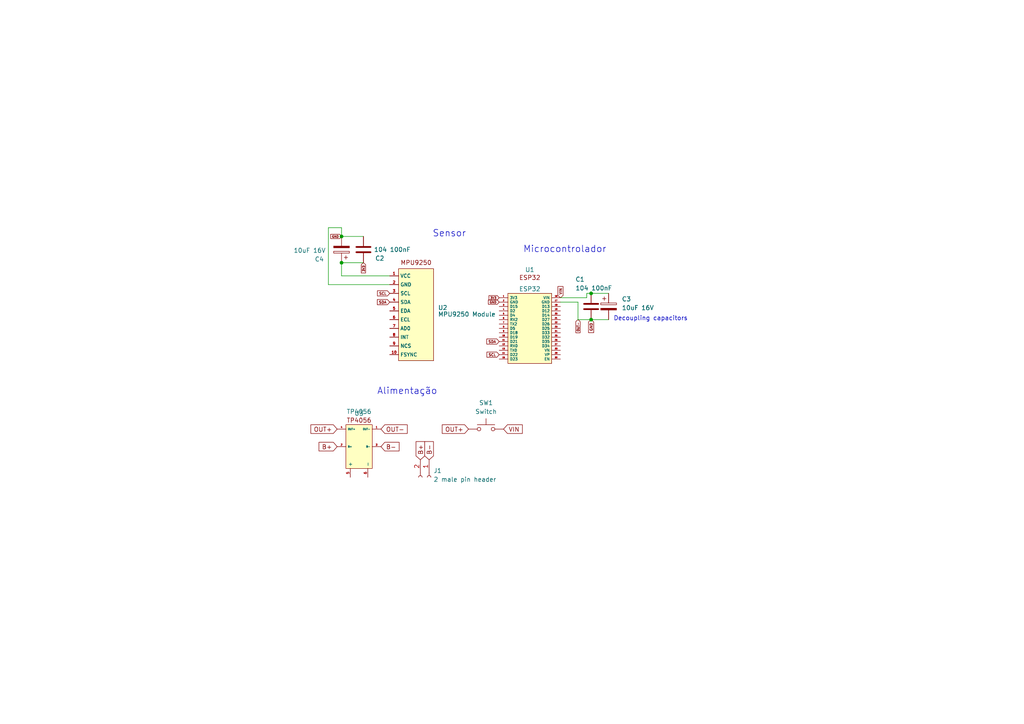
<source format=kicad_sch>
(kicad_sch (version 20231120) (generator "eeschema") (generator_version "8.0")
  (paper "A4")
  (title_block (title "Inclinômetro Bristol 1.0") (date "2025-02-11") (rev "1.0") (company "Bristol"))
  (lib_symbols
    (symbol "Connector:Conn_01x02_Socket" (pin_names (offset 1.016) hide)
      (property "Reference" "J" (at 0 2.54 0))
      (property "Value" "Conn_01x02_Socket" (at 0 -5.08 0))
      (symbol "Conn_01x02_Socket_1_1"
        (arc (start 0 -2.032) (mid -0.5058 -2.54) (end 0 -3.048) (stroke (width 0.1524)))
        (polyline (pts (xy -1.27 -2.54) (xy -0.508 -2.54)) (stroke (width 0.1524)))
        (polyline (pts (xy -1.27 0) (xy -0.508 0)) (stroke (width 0.1524)))
        (arc (start 0 0.508) (mid -0.5058 0) (end 0 -0.508) (stroke (width 0.1524)))
        (pin passive line (at -5.08 0 0) (length 3.81) (name "Pin_1") (number "1"))
        (pin passive line (at -5.08 -2.54 0) (length 3.81) (name "Pin_2") (number "2"))
      )
    )
    (symbol "Device:C" (pin_numbers hide) (pin_names (offset 0.254))
      (property "Reference" "C" (at 0.635 2.54 0))
      (property "Value" "C" (at 0.635 -2.54 0))
      (symbol "C_0_1"
        (polyline (pts (xy -2.032 -0.762) (xy 2.032 -0.762)) (stroke (width 0.508)))
        (polyline (pts (xy -2.032 0.762) (xy 2.032 0.762)) (stroke (width 0.508)))
      )
      (symbol "C_1_1"
        (pin passive line (at 0 3.81 270) (length 2.794) (name "~") (number "1"))
        (pin passive line (at 0 -3.81 90) (length 2.794) (name "~") (number "2"))
      )
    )
    (symbol "Device:C_Polarized" (pin_numbers hide) (pin_names (offset 0.254))
      (property "Reference" "C" (at 0.635 2.54 0))
      (property "Value" "C_Polarized" (at 0.635 -2.54 0))
      (symbol "C_Polarized_0_1"
        (rectangle (start -2.286 0.508) (end 2.286 1.016))
        (polyline (pts (xy -1.778 2.286) (xy -0.762 2.286)))
        (polyline (pts (xy -1.27 2.794) (xy -1.27 1.778)))
        (rectangle (start 2.286 -0.508) (end -2.286 -1.016) (fill (type outline)))
      )
      (symbol "C_Polarized_1_1"
        (pin passive line (at 0 3.81 270) (length 2.794) (name "~") (number "1"))
        (pin passive line (at 0 -3.81 90) (length 2.794) (name "~") (number "2"))
      )
    )
    (symbol "ESP32-Wroom-32-Modulo-symbol:ESP32-Module-Symbol"
      (property "Reference" "U?" (at 0 0 0))
      (symbol "ESP32-Module-Symbol_1_1"
        (rectangle (start -6.35 -2.54) (end 6.35 -22.86) (fill (type background)))
        (text "ESP32" (at 0 2.032 0) (effects (font (size 1.27 1.27))))
        (pin output line (at -8.89 -3.81 0) (length 2.54) (name "3V3") (number "1"))
        (pin bidirectional line (at -8.89 -15.24 0) (length 2.54) (name "D19") (number "10"))
        (pin bidirectional line (at -8.89 -16.51 0) (length 2.54) (name "D21") (number "11"))
        (pin bidirectional line (at -8.89 -17.78 0) (length 2.54) (name "RX0") (number "12"))
        (pin bidirectional line (at -8.89 -19.05 0) (length 2.54) (name "TX0") (number "13"))
        (pin bidirectional line (at -8.89 -20.32 0) (length 2.54) (name "D22") (number "14"))
        (pin bidirectional line (at -8.89 -21.59 0) (length 2.54) (name "D23") (number "15"))
        (pin input line (at 8.89 -3.81 180) (length 2.54) (name "VIN") (number "16"))
        (pin bidirectional line (at 8.89 -5.08 180) (length 2.54) (name "GND") (number "17"))
        (pin bidirectional line (at 8.89 -6.35 180) (length 2.54) (name "D13") (number "18"))
        (pin bidirectional line (at 8.89 -7.62 180) (length 2.54) (name "D12") (number "19"))
        (pin output line (at -8.89 -5.08 0) (length 2.54) (name "GND") (number "2"))
        (pin bidirectional line (at 8.89 -8.89 180) (length 2.54) (name "D14") (number "20"))
        (pin bidirectional line (at 8.89 -10.16 180) (length 2.54) (name "D27") (number "21"))
        (pin bidirectional line (at 8.89 -11.43 180) (length 2.54) (name "D26") (number "22"))
        (pin bidirectional line (at 8.89 -12.7 180) (length 2.54) (name "D25") (number "23"))
        (pin bidirectional line (at 8.89 -13.97 180) (length 2.54) (name "D33") (number "24"))
        (pin bidirectional line (at 8.89 -15.24 180) (length 2.54) (name "D32") (number "25"))
        (pin bidirectional line (at 8.89 -16.51 180) (length 2.54) (name "D35") (number "26"))
        (pin bidirectional line (at 8.89 -17.78 180) (length 2.54) (name "D34") (number "27"))
        (pin bidirectional line (at 8.89 -19.05 180) (length 2.54) (name "VN") (number "28"))
        (pin bidirectional line (at 8.89 -20.32 180) (length 2.54) (name "VP") (number "29"))
        (pin bidirectional line (at -8.89 -6.35 0) (length 2.54) (name "D15") (number "3"))
        (pin bidirectional line (at 8.89 -21.59 180) (length 2.54) (name "EN") (number "30"))
        (pin bidirectional line (at -8.89 -7.62 0) (length 2.54) (name "D2") (number "4"))
        (pin bidirectional line (at -8.89 -8.89 0) (length 2.54) (name "D4") (number "5"))
        (pin bidirectional line (at -8.89 -10.16 0) (length 2.54) (name "RX2") (number "6"))
        (pin bidirectional line (at -8.89 -11.43 0) (length 2.54) (name "TX2") (number "7"))
        (pin bidirectional line (at -8.89 -12.7 0) (length 2.54) (name "D5") (number "8"))
        (pin bidirectional line (at -8.89 -13.97 0) (length 2.54) (name "D18") (number "9"))
      )
    )
    (symbol "MPU_9250_module:MPU9250_Module"
      (property "Reference" "U?" (at 0 0 0))
      (symbol "MPU9250_Module_1_1"
        (rectangle (start -5.08 -3.81) (end 5.08 -30.48) (fill (type background)))
        (text "MPU9250" (at 0 -2.032 0) (effects (font (size 1.27 1.27))))
        (pin input line (at -7.6537 -5.8705 0) (length 2.54) (name "VCC") (number "1"))
        (pin bidirectional line (at -7.6537 -28.7305 0) (length 2.54) (name "FSYNC") (number "10"))
        (pin input line (at -7.6537 -8.4105 0) (length 2.54) (name "GND") (number "2"))
        (pin bidirectional line (at -7.6537 -10.9505 0) (length 2.54) (name "SCL") (number "3"))
        (pin bidirectional line (at -7.6537 -13.4905 0) (length 2.54) (name "SDA") (number "4"))
        (pin bidirectional line (at -7.6537 -16.0305 0) (length 2.54) (name "EDA") (number "5"))
        (pin bidirectional line (at -7.6537 -18.5705 0) (length 2.54) (name "ECL") (number "6"))
        (pin bidirectional line (at -7.6537 -21.1105 0) (length 2.54) (name "AD0") (number "7"))
        (pin bidirectional line (at -7.6537 -23.6505 0) (length 2.54) (name "INT") (number "8"))
        (pin bidirectional line (at -7.6537 -26.1905 0) (length 2.54) (name "NCS") (number "9"))
      )
    )
    (symbol "Switch:SW_Push" (pin_numbers hide) (pin_names (offset 1.016) hide)
      (property "Reference" "SW" (at 1.27 2.54 0))
      (property "Value" "SW_Push" (at 0 -1.524 0))
      (symbol "SW_Push_0_1"
        (circle (center -2.032 0) (radius 0.508))
        (polyline (pts (xy 0 1.27) (xy 0 3.048)))
        (polyline (pts (xy 2.54 1.27) (xy -2.54 1.27)))
        (circle (center 2.032 0) (radius 0.508))
        (pin passive line (at -5.08 0 0) (length 2.54) (name "1") (number "1"))
        (pin passive line (at 5.08 0 180) (length 2.54) (name "2") (number "2"))
      )
    )
    (symbol "TP4056:TP4056_Module"
      (property "Reference" "U3" (at 0 0.762 0))
      (property "Value" "TP4056" (at 0 1.27 0))
      (symbol "TP4056_Module_1_1"
        (rectangle (start -3.81 -2.54) (end 3.81 -15.24) (fill (type background)))
        (text "TP4056\n" (at 0 -1.27 0) (effects (font (size 1.27 1.27))))
        (pin bidirectional line (at 6.35 -3.81 180) (length 2.54) (name "OUT-") (number "1"))
        (pin bidirectional line (at -6.35 -8.89 0) (length 2.54) (name "B+") (number "2"))
        (pin bidirectional line (at 6.35 -8.89 180) (length 2.54) (name "B-") (number "3"))
        (pin bidirectional line (at -6.35 -3.81 0) (length 2.54) (name "OUT+") (number "4"))
        (pin bidirectional line (at -2.54 -17.78 90) (length 2.54) (name "+") (number "5"))
        (pin bidirectional line (at 2.54 -17.78 90) (length 2.54) (name "-") (number "6"))
      )
    )
  )
  (junction (at 99.06 68.58))
  (junction (at 171.45 85.09))
  (junction (at 99.06 76.2))
  (junction (at 171.45 92.71))
  (wire (pts (xy 99.06 68.58) (xy 105.41 68.58)))
  (wire (pts (xy 162.56 87.63) (xy 167.64 87.63)))
  (wire (pts (xy 170.18 86.36) (xy 170.18 85.09)))
  (wire (pts (xy 99.06 80.01) (xy 99.06 76.2)))
  (wire (pts (xy 167.64 87.63) (xy 167.64 92.71)))
  (wire (pts (xy 95.25 66.04) (xy 99.06 66.04)))
  (wire (pts (xy 99.06 80.01) (xy 113.03 80.01)))
  (wire (pts (xy 95.25 82.55) (xy 113.03 82.55)))
  (wire (pts (xy 170.18 85.09) (xy 171.45 85.09)))
  (wire (pts (xy 162.56 86.36) (xy 170.18 86.36)))
  (wire (pts (xy 99.06 76.2) (xy 105.41 76.2)))
  (wire (pts (xy 99.06 66.04) (xy 99.06 68.58)))
  (wire (pts (xy 171.45 85.09) (xy 176.53 85.09)))
  (wire (pts (xy 171.45 92.71) (xy 176.53 92.71)))
  (wire (pts (xy 95.25 66.04) (xy 95.25 82.55)))
  (wire (pts (xy 167.64 92.71) (xy 171.45 92.71)))
  (text "Sensor " (at 131.064 67.818 0) (effects (font (size 1.905 1.905))))
  (text "Alimentação" (at 118.11 113.538 0) (effects (font (size 1.905 1.905))))
  (text "Microcontrolador\n\n" (at 163.83 73.914 0) (effects (font (size 1.905 1.905))))
  (text "Decoupling capacitors" (at 188.722 92.456 0) (effects (font (size 1.27 1.27))))
  (global_label "OUT-" (shape input) (at 110.49 124.46 0) (property "Intersheetrefs" "${INTERSHEET_REFS}" (effects (hide yes))))
  (global_label "B-" (shape input) (at 110.49 129.54 0) (property "Intersheetrefs" "${INTERSHEET_REFS}" (effects (hide yes))))
  (global_label "B+" (shape input) (at 97.79 129.54 180) (property "Intersheetrefs" "${INTERSHEET_REFS}" (effects (hide yes))))
  (global_label "GND" (shape input) (at 144.78 87.63 180) (effects (font (size 0.635 0.635))) (property "Intersheetrefs" "${INTERSHEET_REFS}" (effects (hide yes))))
  (global_label "SDA" (shape input) (at 144.78 99.06 180) (effects (font (size 0.762 0.762))) (property "Intersheetrefs" "${INTERSHEET_REFS}" (effects (hide yes))))
  (global_label "B+" (shape input) (at 121.92 133.35 90) (property "Intersheetrefs" "${INTERSHEET_REFS}" (effects (hide yes))))
  (global_label "OUT+" (shape input) (at 135.89 124.46 180) (property "Intersheetrefs" "${INTERSHEET_REFS}" (effects (hide yes))))
  (global_label "SCL" (shape input) (at 144.78 102.87 180) (effects (font (size 0.762 0.762))) (property "Intersheetrefs" "${INTERSHEET_REFS}" (effects (hide yes))))
  (global_label "SDA" (shape input) (at 113.03 87.63 180) (effects (font (size 0.762 0.762))) (property "Intersheetrefs" "${INTERSHEET_REFS}" (effects (hide yes))))
  (global_label "SCL" (shape input) (at 113.03 85.09 180) (effects (font (size 0.762 0.762))) (property "Intersheetrefs" "${INTERSHEET_REFS}" (effects (hide yes))))
  (global_label "GND" (shape input) (at 99.06 68.58 180) (effects (font (size 0.635 0.635))) (property "Intersheetrefs" "${INTERSHEET_REFS}" (effects (hide yes))))
  (global_label "3V3" (shape input) (at 144.78 86.36 180) (effects (font (size 0.635 0.635))) (property "Intersheetrefs" "${INTERSHEET_REFS}" (effects (hide yes))))
  (global_label "OUT-" (shape input) (at 167.64 92.71 270) (effects (font (size 0.635 0.635))) (property "Intersheetrefs" "${INTERSHEET_REFS}" (effects (hide yes))))
  (global_label "B-" (shape input) (at 124.46 133.35 90) (property "Intersheetrefs" "${INTERSHEET_REFS}" (effects (hide yes))))
  (global_label "3V3" (shape input) (at 105.41 76.2 270) (effects (font (size 0.635 0.635))) (property "Intersheetrefs" "${INTERSHEET_REFS}" (effects (hide yes))))
  (global_label "OUT+" (shape input) (at 97.79 124.46 180) (property "Intersheetrefs" "${INTERSHEET_REFS}" (effects (hide yes))))
  (global_label "GND" (shape input) (at 171.45 92.71 270) (effects (font (size 0.762 0.762))) (property "Intersheetrefs" "${INTERSHEET_REFS}" (effects (hide yes))))
  (global_label "VIN" (shape input) (at 162.56 86.36 90) (effects (font (size 0.762 0.762))) (property "Intersheetrefs" "${INTERSHEET_REFS}" (effects (hide yes))))
  (global_label "VIN" (shape input) (at 146.05 124.46 0) (property "Intersheetrefs" "${INTERSHEET_REFS}" (effects (hide yes))))
  (symbol (lib_id "TP4056:TP4056_Module") (at 104.14 120.65 0) (unit 1)
    (property "Reference" "U3" (at 104.14 119.888 0))
    (property "Value" "TP4056" (at 104.14 119.38 0))
    (property "Footprint" "TP4056:TP4056" (effects (hide yes)))
  )
  (symbol (lib_id "ESP32-Wroom-32-Modulo-symbol:ESP32-Module-Symbol") (at 153.67 82.55 0) (unit 1)
    (property "Reference" "U1" (at 153.67 78.232 0))
    (property "Value" "ESP32" (at 153.67 83.82 0))
    (property "Footprint" "ESP32-Wroom-32-Module-lib:ESP32-Wroom-32-Module" (effects (hide yes)))
  )
  (symbol (lib_id "Connector:Conn_01x02_Socket") (at 124.46 138.43 270) (unit 1)
    (property "Reference" "J1" (at 125.73 136.5249 90) (effects (justify left)))
    (property "Value" "2 male pin header" (at 125.73 139.0649 90) (effects (justify left)))
    (property "Footprint" "Connector_PinHeader_2.54mm:PinHeader_1x02_P2.54mm_Vertical" (effects (hide yes)))
    (property "Description" "Generic connector, single row, 01x02, script generated" (effects (hide yes)))
  )
  (symbol (lib_id "Device:C_Polarized") (at 99.06 72.39 180) (unit 1)
    (property "Reference" "C4" (at 93.98 75.184 0) (effects (justify left)))
    (property "Value" "10uF 16V" (at 94.488 72.644 0) (effects (justify left)))
    (property "Footprint" "Capacitor_THT:C_Radial_D4.0mm_H5.0mm_P1.50mm" (effects (hide yes)))
    (property "Description" "Polarized capacitor" (effects (hide yes)))
  )
  (symbol (lib_id "Device:C") (at 171.45 88.9 0) (unit 1)
    (property "Reference" "C1" (at 166.878 81.026 0) (effects (justify left)))
    (property "Value" "104 100nF" (at 166.878 83.566 0) (effects (justify left)))
    (property "Footprint" "Capacitor_THT:C_Disc_D3.0mm_W1.6mm_P2.50mm" (effects (hide yes)))
    (property "Description" "Unpolarized capacitor" (effects (hide yes)))
  )
  (symbol (lib_id "Device:C") (at 105.41 72.39 180) (unit 1)
    (property "Reference" "C2" (at 111.506 74.93 0) (effects (justify left)))
    (property "Value" "104 100nF" (at 119.126 72.39 0) (effects (justify left)))
    (property "Footprint" "Capacitor_THT:C_Disc_D3.0mm_W1.6mm_P2.50mm" (effects (hide yes)))
    (property "Description" "Unpolarized capacitor" (effects (hide yes)))
  )
  (symbol (lib_id "MPU_9250_module:MPU9250_Module") (at 120.6837 74.1395 0) (unit 1)
    (property "Reference" "U2" (at 127.0337 89.2496 0) (effects (justify left)))
    (property "Value" "MPU9250 Module" (at 127.0337 91.1547 0) (effects (justify left)))
    (property "Footprint" "MPU9250_Module:MPU9250_Module" (effects (hide yes)))
  )
  (symbol (lib_id "Device:C_Polarized") (at 176.53 88.9 0) (unit 1)
    (property "Reference" "C3" (at 180.34 86.7409 0) (effects (justify left)))
    (property "Value" "10uF 16V" (at 180.34 89.2809 0) (effects (justify left)))
    (property "Footprint" "Capacitor_THT:C_Radial_D4.0mm_H5.0mm_P1.50mm" (effects (hide yes)))
    (property "Description" "Polarized capacitor" (effects (hide yes)))
  )
  (symbol (lib_id "Switch:SW_Push") (at 140.97 124.46 0) (unit 1)
    (property "Reference" "SW1" (at 140.97 116.84 0))
    (property "Value" "Switch" (at 140.97 119.38 0))
    (property "Footprint" "Button_Switch_THT:SW_Slide-03_Wuerth-WS-SLTV_10x2.5x6.4_P2.54mm" (effects (hide yes)))
    (property "Description" "Push button switch, generic, two pins" (effects (hide yes)))
  )
)
</source>
